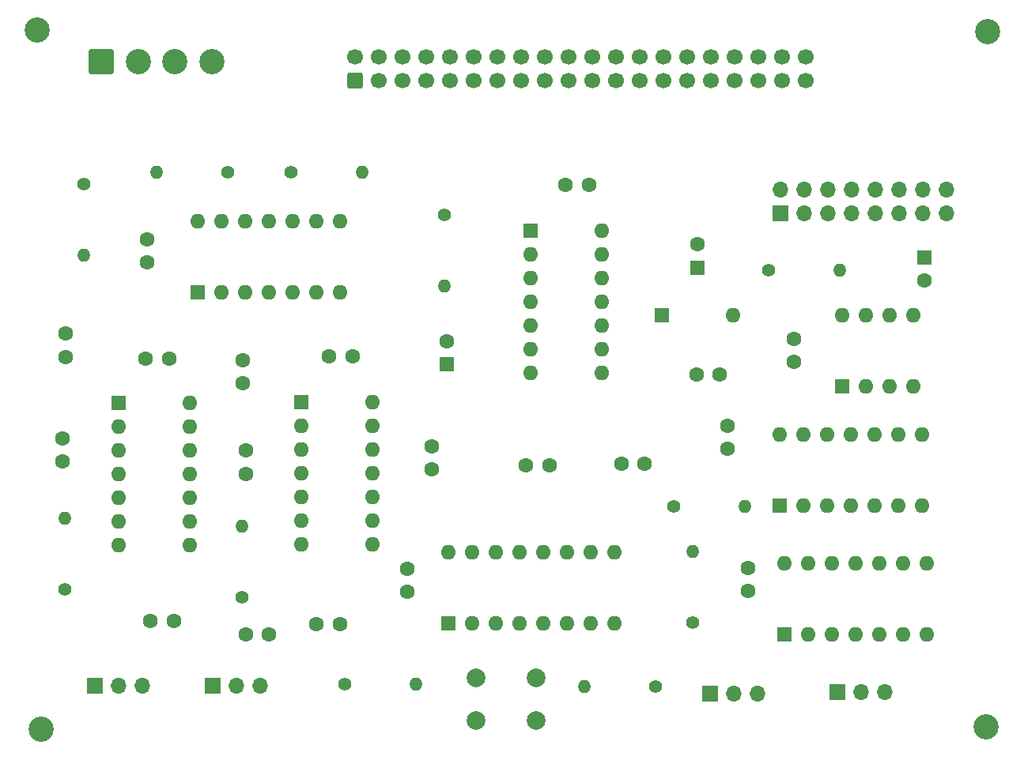
<source format=gbr>
%TF.GenerationSoftware,KiCad,Pcbnew,(6.0.5)*%
%TF.CreationDate,2025-02-02T15:21:23-05:00*%
%TF.ProjectId,tag_Heiserman,7461675f-4865-4697-9365-726d616e2e6b,rev?*%
%TF.SameCoordinates,Original*%
%TF.FileFunction,Soldermask,Bot*%
%TF.FilePolarity,Negative*%
%FSLAX46Y46*%
G04 Gerber Fmt 4.6, Leading zero omitted, Abs format (unit mm)*
G04 Created by KiCad (PCBNEW (6.0.5)) date 2025-02-02 15:21:23*
%MOMM*%
%LPD*%
G01*
G04 APERTURE LIST*
G04 Aperture macros list*
%AMRoundRect*
0 Rectangle with rounded corners*
0 $1 Rounding radius*
0 $2 $3 $4 $5 $6 $7 $8 $9 X,Y pos of 4 corners*
0 Add a 4 corners polygon primitive as box body*
4,1,4,$2,$3,$4,$5,$6,$7,$8,$9,$2,$3,0*
0 Add four circle primitives for the rounded corners*
1,1,$1+$1,$2,$3*
1,1,$1+$1,$4,$5*
1,1,$1+$1,$6,$7*
1,1,$1+$1,$8,$9*
0 Add four rect primitives between the rounded corners*
20,1,$1+$1,$2,$3,$4,$5,0*
20,1,$1+$1,$4,$5,$6,$7,0*
20,1,$1+$1,$6,$7,$8,$9,0*
20,1,$1+$1,$8,$9,$2,$3,0*%
G04 Aperture macros list end*
%ADD10R,1.600000X1.600000*%
%ADD11O,1.600000X1.600000*%
%ADD12C,2.700000*%
%ADD13O,1.700000X1.700000*%
%ADD14R,1.700000X1.700000*%
%ADD15C,1.400000*%
%ADD16O,1.400000X1.400000*%
%ADD17C,1.600000*%
%ADD18RoundRect,0.250001X-1.099999X-1.099999X1.099999X-1.099999X1.099999X1.099999X-1.099999X1.099999X0*%
%ADD19RoundRect,0.250000X0.600000X-0.600000X0.600000X0.600000X-0.600000X0.600000X-0.600000X-0.600000X0*%
%ADD20C,1.700000*%
%ADD21C,2.000000*%
G04 APERTURE END LIST*
D10*
%TO.C,U4*%
X126329200Y-140223400D03*
D11*
X128869200Y-140223400D03*
X131409200Y-140223400D03*
X133949200Y-140223400D03*
X136489200Y-140223400D03*
X139029200Y-140223400D03*
X141569200Y-140223400D03*
X144109200Y-140223400D03*
X144109200Y-132603400D03*
X141569200Y-132603400D03*
X139029200Y-132603400D03*
X136489200Y-132603400D03*
X133949200Y-132603400D03*
X131409200Y-132603400D03*
X128869200Y-132603400D03*
X126329200Y-132603400D03*
%TD*%
D12*
%TO.C,REF\u002A\u002A*%
X82677000Y-151587200D03*
%TD*%
%TO.C,REF\u002A\u002A*%
X183896000Y-151333200D03*
%TD*%
%TO.C,REF\u002A\u002A*%
X184023000Y-76835000D03*
%TD*%
%TO.C,REF\u002A\u002A*%
X82270600Y-76682600D03*
%TD*%
D10*
%TO.C,U9*%
X168462800Y-114798000D03*
D11*
X171002800Y-114798000D03*
X173542800Y-114798000D03*
X176082800Y-114798000D03*
X176082800Y-107178000D03*
X173542800Y-107178000D03*
X171002800Y-107178000D03*
X168462800Y-107178000D03*
%TD*%
D13*
%TO.C,RV4*%
X159400000Y-147736800D03*
X156860000Y-147736800D03*
D14*
X154320000Y-147736800D03*
%TD*%
D13*
%TO.C,RV3*%
X93522800Y-146928600D03*
X90982800Y-146928600D03*
D14*
X88442800Y-146928600D03*
%TD*%
D13*
%TO.C,RV2*%
X173050200Y-147624800D03*
X170510200Y-147624800D03*
D14*
X167970200Y-147624800D03*
%TD*%
D13*
%TO.C,RV1*%
X106136200Y-146939000D03*
X103596200Y-146939000D03*
D14*
X101056200Y-146939000D03*
%TD*%
D15*
%TO.C,R11*%
X160578800Y-102362000D03*
D16*
X168198800Y-102362000D03*
%TD*%
D15*
%TO.C,R10*%
X150469600Y-127685800D03*
D16*
X158089600Y-127685800D03*
%TD*%
D14*
%TO.C,J3*%
X161838400Y-96271000D03*
D13*
X161838400Y-93731000D03*
X164378400Y-96271000D03*
X164378400Y-93731000D03*
X166918400Y-96271000D03*
X166918400Y-93731000D03*
X169458400Y-96271000D03*
X169458400Y-93731000D03*
X171998400Y-96271000D03*
X171998400Y-93731000D03*
X174538400Y-96271000D03*
X174538400Y-93731000D03*
X177078400Y-96271000D03*
X177078400Y-93731000D03*
X179618400Y-96271000D03*
X179618400Y-93731000D03*
%TD*%
D10*
%TO.C,D1*%
X149174200Y-107238800D03*
D11*
X156794200Y-107238800D03*
%TD*%
D10*
%TO.C,C21*%
X177266600Y-101004488D03*
D17*
X177266600Y-103504488D03*
%TD*%
%TO.C,C18*%
X163296600Y-112222600D03*
X163296600Y-109722600D03*
%TD*%
%TO.C,C16*%
X152877200Y-113563400D03*
X155377200Y-113563400D03*
%TD*%
D16*
%TO.C,R3*%
X85217000Y-128955800D03*
D15*
X85217000Y-136575800D03*
%TD*%
D16*
%TO.C,R7*%
X87249000Y-100787200D03*
D15*
X87249000Y-93167200D03*
%TD*%
D11*
%TO.C,U6*%
X162326400Y-133797200D03*
X164866400Y-133797200D03*
X167406400Y-133797200D03*
X169946400Y-133797200D03*
X172486400Y-133797200D03*
X175026400Y-133797200D03*
X177566400Y-133797200D03*
X177566400Y-141417200D03*
X175026400Y-141417200D03*
X172486400Y-141417200D03*
X169946400Y-141417200D03*
X167406400Y-141417200D03*
X164866400Y-141417200D03*
D10*
X162326400Y-141417200D03*
%TD*%
D17*
%TO.C,C15*%
X94081600Y-101580000D03*
X94081600Y-99080000D03*
%TD*%
%TO.C,C10*%
X104673400Y-124216800D03*
X104673400Y-121716800D03*
%TD*%
%TO.C,C11*%
X137140000Y-123291600D03*
X134640000Y-123291600D03*
%TD*%
D18*
%TO.C,J1*%
X89126100Y-80069600D03*
D12*
X93086100Y-80069600D03*
X97046100Y-80069600D03*
X101006100Y-80069600D03*
%TD*%
D17*
%TO.C,C4*%
X84963000Y-122896000D03*
X84963000Y-120396000D03*
%TD*%
%TO.C,C2*%
X114717200Y-140284200D03*
X112217200Y-140284200D03*
%TD*%
%TO.C,C20*%
X138856400Y-93243400D03*
X141356400Y-93243400D03*
%TD*%
D16*
%TO.C,R5*%
X122885200Y-146735800D03*
D15*
X115265200Y-146735800D03*
%TD*%
D17*
%TO.C,C7*%
X124556200Y-123734200D03*
X124556200Y-121234200D03*
%TD*%
%TO.C,C14*%
X126161800Y-109982513D03*
D10*
X126161800Y-112482513D03*
%TD*%
D16*
%TO.C,R8*%
X117119400Y-91922600D03*
D15*
X109499400Y-91922600D03*
%TD*%
D17*
%TO.C,C6*%
X113532600Y-111607600D03*
X116032600Y-111607600D03*
%TD*%
D19*
%TO.C,J2*%
X116357400Y-82057900D03*
D20*
X116357400Y-79517900D03*
X118897400Y-82057900D03*
X118897400Y-79517900D03*
X121437400Y-82057900D03*
X121437400Y-79517900D03*
X123977400Y-82057900D03*
X123977400Y-79517900D03*
X126517400Y-82057900D03*
X126517400Y-79517900D03*
X129057400Y-82057900D03*
X129057400Y-79517900D03*
X131597400Y-82057900D03*
X131597400Y-79517900D03*
X134137400Y-82057900D03*
X134137400Y-79517900D03*
X136677400Y-82057900D03*
X136677400Y-79517900D03*
X139217400Y-82057900D03*
X139217400Y-79517900D03*
X141757400Y-82057900D03*
X141757400Y-79517900D03*
X144297400Y-82057900D03*
X144297400Y-79517900D03*
X146837400Y-82057900D03*
X146837400Y-79517900D03*
X149377400Y-82057900D03*
X149377400Y-79517900D03*
X151917400Y-82057900D03*
X151917400Y-79517900D03*
X154457400Y-82057900D03*
X154457400Y-79517900D03*
X156997400Y-82057900D03*
X156997400Y-79517900D03*
X159537400Y-82057900D03*
X159537400Y-79517900D03*
X162077400Y-82057900D03*
X162077400Y-79517900D03*
X164617400Y-82057900D03*
X164617400Y-79517900D03*
%TD*%
D17*
%TO.C,C1*%
X94406400Y-140004800D03*
X96906400Y-140004800D03*
%TD*%
D16*
%TO.C,R1*%
X140868400Y-146989800D03*
D15*
X148488400Y-146989800D03*
%TD*%
D17*
%TO.C,C12*%
X147350800Y-123164600D03*
X144850800Y-123164600D03*
%TD*%
D10*
%TO.C,U1*%
X99436000Y-104739600D03*
D11*
X101976000Y-104739600D03*
X104516000Y-104739600D03*
X107056000Y-104739600D03*
X109596000Y-104739600D03*
X112136000Y-104739600D03*
X114676000Y-104739600D03*
X114676000Y-97119600D03*
X112136000Y-97119600D03*
X109596000Y-97119600D03*
X107056000Y-97119600D03*
X104516000Y-97119600D03*
X101976000Y-97119600D03*
X99436000Y-97119600D03*
%TD*%
%TO.C,U2*%
X98587400Y-116581000D03*
X98587400Y-119121000D03*
X98587400Y-121661000D03*
X98587400Y-124201000D03*
X98587400Y-126741000D03*
X98587400Y-129281000D03*
X98587400Y-131821000D03*
X90967400Y-131821000D03*
X90967400Y-129281000D03*
X90967400Y-126741000D03*
X90967400Y-124201000D03*
X90967400Y-121661000D03*
X90967400Y-119121000D03*
D10*
X90967400Y-116581000D03*
%TD*%
D16*
%TO.C,R4*%
X104190800Y-129794000D03*
D15*
X104190800Y-137414000D03*
%TD*%
D17*
%TO.C,C13*%
X152958800Y-99619313D03*
D10*
X152958800Y-102119313D03*
%TD*%
D17*
%TO.C,C5*%
X93923800Y-111887000D03*
X96423800Y-111887000D03*
%TD*%
D11*
%TO.C,U7*%
X161818400Y-120005000D03*
X164358400Y-120005000D03*
X166898400Y-120005000D03*
X169438400Y-120005000D03*
X171978400Y-120005000D03*
X174518400Y-120005000D03*
X177058400Y-120005000D03*
X177058400Y-127625000D03*
X174518400Y-127625000D03*
X171978400Y-127625000D03*
X169438400Y-127625000D03*
X166898400Y-127625000D03*
X164358400Y-127625000D03*
D10*
X161818400Y-127625000D03*
%TD*%
D16*
%TO.C,R9*%
X95097600Y-91922600D03*
D15*
X102717600Y-91922600D03*
%TD*%
D21*
%TO.C,SW1*%
X129236400Y-150611400D03*
X135736400Y-150611400D03*
X129236400Y-146111400D03*
X135736400Y-146111400D03*
%TD*%
D17*
%TO.C,C22*%
X121945400Y-134386000D03*
X121945400Y-136886000D03*
%TD*%
%TO.C,C9*%
X85318600Y-109189200D03*
X85318600Y-111689200D03*
%TD*%
D11*
%TO.C,U3*%
X118221600Y-116530200D03*
X118221600Y-119070200D03*
X118221600Y-121610200D03*
X118221600Y-124150200D03*
X118221600Y-126690200D03*
X118221600Y-129230200D03*
X118221600Y-131770200D03*
X110601600Y-131770200D03*
X110601600Y-129230200D03*
X110601600Y-126690200D03*
X110601600Y-124150200D03*
X110601600Y-121610200D03*
X110601600Y-119070200D03*
D10*
X110601600Y-116530200D03*
%TD*%
D17*
%TO.C,C19*%
X158369000Y-136764400D03*
X158369000Y-134264400D03*
%TD*%
%TO.C,C17*%
X156184600Y-119044400D03*
X156184600Y-121544400D03*
%TD*%
D11*
%TO.C,U5*%
X142707200Y-98115200D03*
X142707200Y-100655200D03*
X142707200Y-103195200D03*
X142707200Y-105735200D03*
X142707200Y-108275200D03*
X142707200Y-110815200D03*
X142707200Y-113355200D03*
X135087200Y-113355200D03*
X135087200Y-110815200D03*
X135087200Y-108275200D03*
X135087200Y-105735200D03*
X135087200Y-103195200D03*
X135087200Y-100655200D03*
D10*
X135087200Y-98115200D03*
%TD*%
D16*
%TO.C,R6*%
X125933200Y-104038400D03*
D15*
X125933200Y-96418400D03*
%TD*%
D17*
%TO.C,C8*%
X104292400Y-112003200D03*
X104292400Y-114503200D03*
%TD*%
D16*
%TO.C,R2*%
X152476200Y-132511800D03*
D15*
X152476200Y-140131800D03*
%TD*%
D17*
%TO.C,C3*%
X107117200Y-141376400D03*
X104617200Y-141376400D03*
%TD*%
M02*

</source>
